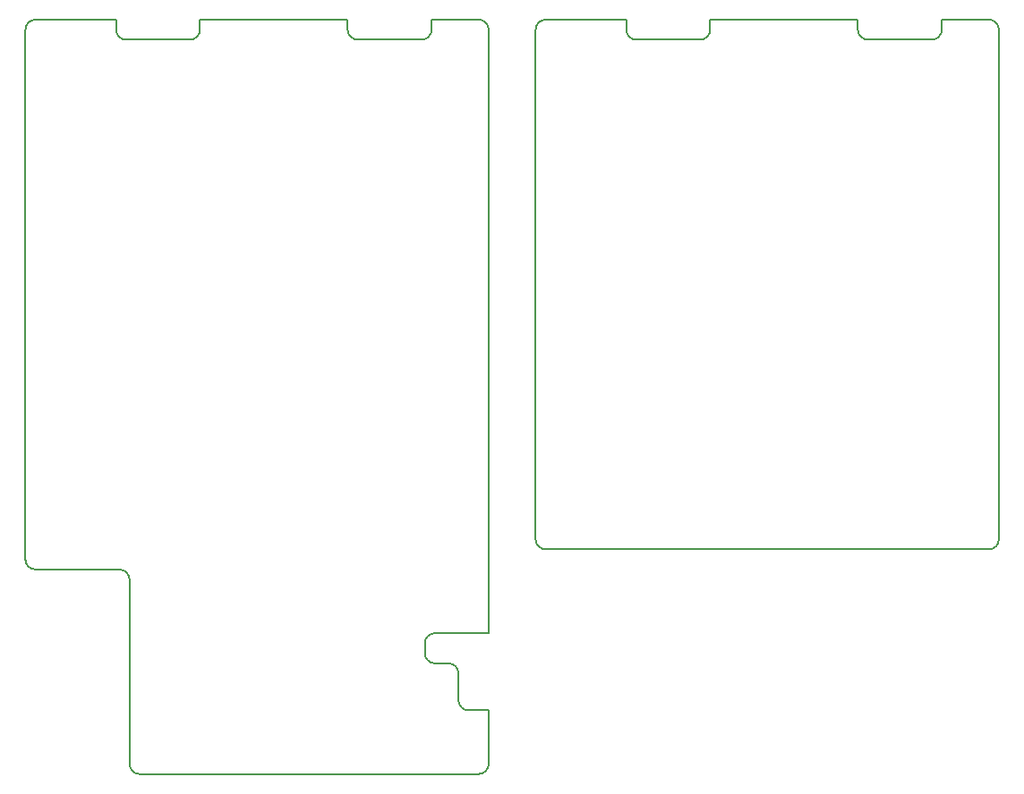
<source format=gbr>
%FSLAX34Y34*%
%MOMM*%
%LNOUTLINE*%
G71*
G01*
%ADD10C, 0.20*%
%LPD*%
G54D10*
G75*
G01X168275Y-34925D02*
G03X177800Y-25400I0J9525D01*
G01*
G54D10*
G75*
G01X400050Y-596900D02*
G03X390525Y-606425I0J-9525D01*
G01*
G54D10*
G75*
G01X390525Y-615950D02*
G03X400050Y-625475I9525J0D01*
G01*
G54D10*
G75*
G01X422275Y-660400D02*
G03X431800Y-669925I9525J0D01*
G01*
G54D10*
X390525Y-606425D02*
X390525Y-615950D01*
G54D10*
X400050Y-625475D02*
X412750Y-625475D01*
G54D10*
G75*
G01X422275Y-635000D02*
G03X412750Y-625475I-9525J0D01*
G01*
G54D10*
X422275Y-635000D02*
X422275Y-660400D01*
G54D10*
X168275Y-34925D02*
X107950Y-34925D01*
G54D10*
G75*
G01X98425Y-25400D02*
G03X107950Y-34925I9525J0D01*
G01*
G54D10*
G75*
G01X387350Y-34925D02*
G03X396875Y-25400I0J9525D01*
G01*
G54D10*
X387350Y-34925D02*
X327025Y-34925D01*
G54D10*
G75*
G01X317500Y-25400D02*
G03X327025Y-34925I9525J0D01*
G01*
G54D10*
X98425Y-25400D02*
X98425Y-15875D01*
X22225Y-15875D01*
G54D10*
X177800Y-25400D02*
X177800Y-15875D01*
X317500Y-15875D01*
X317500Y-25400D01*
G54D10*
X396875Y-25400D02*
X396875Y-15875D01*
X441325Y-15875D01*
G54D10*
G75*
G01X111125Y-546100D02*
G03X101600Y-536575I-9525J0D01*
G01*
G54D10*
X431800Y-669925D02*
X450850Y-669925D01*
X450850Y-720725D01*
G54D10*
G75*
G01X22225Y-15875D02*
G03X12700Y-25400I0J-9525D01*
G01*
G54D10*
X101600Y-536575D02*
X22225Y-536575D01*
G54D10*
G75*
G01X12700Y-527050D02*
G03X22225Y-536575I9525J0D01*
G01*
G54D10*
X12700Y-25400D02*
X12700Y-527050D01*
G54D10*
G75*
G01X111125Y-720725D02*
G03X120650Y-730250I9525J0D01*
G01*
G54D10*
X111125Y-546100D02*
X111125Y-720725D01*
G54D10*
G75*
G01X441325Y-730250D02*
G03X450850Y-720725I0J9525D01*
G01*
G54D10*
X120650Y-730250D02*
X441325Y-730250D01*
G54D10*
G75*
G01X450850Y-25400D02*
G03X441325Y-15875I-9525J0D01*
G01*
G54D10*
G75*
G01X650875Y-34925D02*
G03X660400Y-25400I0J9525D01*
G01*
G54D10*
X650875Y-34925D02*
X590550Y-34925D01*
G54D10*
G75*
G01X581025Y-25400D02*
G03X590550Y-34925I9525J0D01*
G01*
G54D10*
G75*
G01X869950Y-34925D02*
G03X879475Y-25400I0J9525D01*
G01*
G54D10*
X869950Y-34925D02*
X809625Y-34925D01*
G54D10*
G75*
G01X800100Y-25400D02*
G03X809625Y-34925I9525J0D01*
G01*
G54D10*
X581025Y-25400D02*
X581025Y-15875D01*
X504825Y-15875D01*
G54D10*
X660400Y-25400D02*
X660400Y-15875D01*
X800100Y-15875D01*
X800100Y-25400D01*
G54D10*
X879475Y-25400D02*
X879475Y-15875D01*
X923925Y-15875D01*
G54D10*
X933450Y-25400D02*
X933450Y-508000D01*
G54D10*
G75*
G01X504825Y-15875D02*
G03X495300Y-25400I0J-9525D01*
G01*
G54D10*
X923925Y-517525D02*
X504825Y-517525D01*
G54D10*
G75*
G01X495300Y-508000D02*
G03X504825Y-517525I9525J0D01*
G01*
G54D10*
X495300Y-25400D02*
X495300Y-508000D01*
G54D10*
G75*
G01X923925Y-517525D02*
G03X933450Y-508000I0J9525D01*
G01*
G54D10*
G75*
G01X933450Y-25400D02*
G03X923925Y-15875I-9525J0D01*
G01*
G54D10*
X400050Y-596900D02*
X450850Y-596900D01*
X450850Y-25400D01*
M02*

</source>
